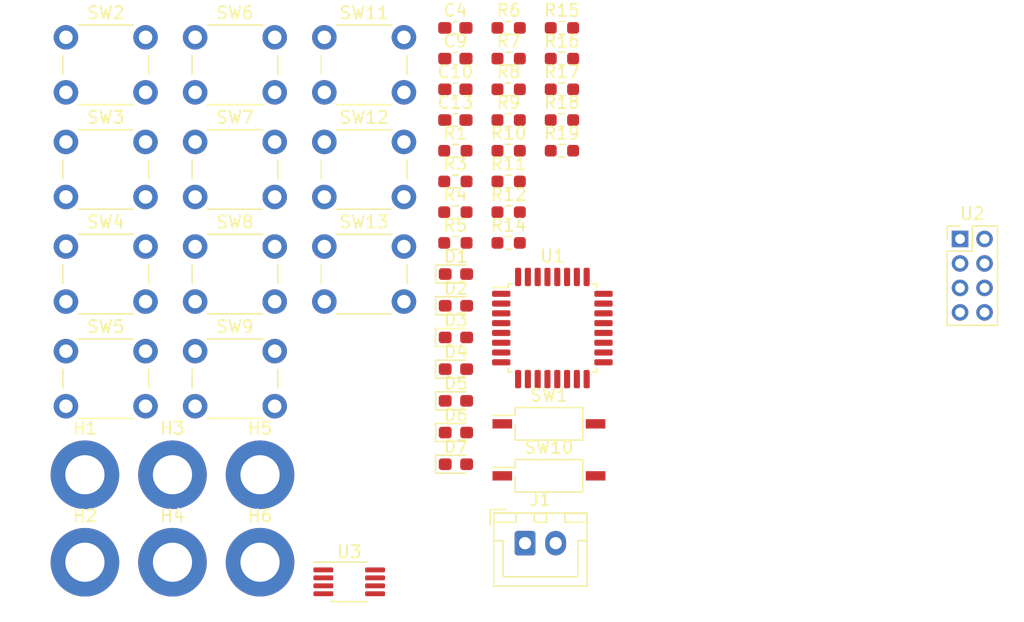
<source format=kicad_pcb>
(kicad_pcb (version 20221018) (generator pcbnew)
  (layers (0 "F.Cu" signal) (31 "B.Cu" signal) (34 "B.Paste" user) (35 "F.Paste" user) (36 "B.SilkS" user "B.Silkscreen") (37 "F.SilkS" user "F.Silkscreen") (38 "B.Mask" user) (39 "F.Mask" user) (44 "Edge.Cuts" user))
  (net 0 "")
  (net 1 "Li-ion")
  (net 2 "GND")
  (net 3 "Net-(U3-BP)")
  (net 4 "Glob_Alim")
  (net 5 "Net-(D1-K)")
  (net 6 "Net-(D2-A)")
  (net 7 "Net-(D3-K)")
  (net 8 "LED_Order")
  (net 9 "Net-(D4-A)")
  (net 10 "Net-(D5-A)")
  (net 11 "Net-(D6-A)")
  (net 12 "Net-(D7-A)")
  (net 13 "NES{slash}SNES_switcher")
  (net 14 "A_Button")
  (net 15 "B_Button")
  (net 16 "X_Button")
  (net 17 "Y_Button")
  (net 18 "UC_Button")
  (net 19 "LC_Button")
  (net 20 "Order_Search")
  (net 21 "RC_Button")
  (net 22 "DC_Button")
  (net 23 "ST_Button")
  (net 24 "SE_Button")
  (net 25 "Net-(U3-IN)")
  (net 31 "RX{slash}TX")
  (net 34 "Pin_Clock")
  (net 35 "Digital_Out_Put")
  (net 36 "MOSI")
  (footprint "Resistor_SMD:R_0603_1608Metric_Pad0.98x0.95mm_HandSolder" (layer "F.Cu") (at 130.78 51.75)
    (fp_text reference "R10" (at 0 -1.43) (layer "F.SilkS"))
    (fp_text value "1K")
    (fp_line (start -0.254724 -0.5225) (end 0.254724 -0.5225) (stroke (width 0.12)) (layer "F.SilkS"))
    (fp_line (start -0.254724 0.5225) (end 0.254724 0.5225) (stroke (width 0.12)) (layer "F.SilkS"))
    (pad "1" smd roundrect (at -0.9125 0) (size 0.975 0.95) (layers "F.Cu" "F.Paste" "F.Mask") (net 7 "Net-(D3-K)"))
    (pad "2" smd roundrect (at 0.9125 0) (size 0.975 0.95) (layers "F.Cu" "F.Paste" "F.Mask") (net 2 "GND"))
  )
  (footprint "MountingHole:MountingHole_3.2mm_M3_DIN965_Pad" (layer "F.Cu") (at 103.33 78.23)
    (fp_text reference "H3" (at 0 -3.8) (layer "F.SilkS"))
    (fp_text value "MountingHole_Pad")
    (pad "1" thru_hole circle (at 0 0) (size 5.6 5.6) (drill 3.2) (layers "*.Cu" "*.Mask") (net 2 "GND"))
  )
  (footprint "Button_Switch_THT:SW_PUSH_6mm_H5mm" (layer "F.Cu") (at 105.18 59.58)
    (fp_text reference "SW8" (at 3.25 -2) (layer "F.SilkS"))
    (fp_text value "SW_Push")
    (fp_line (start -0.25 1.5) (end -0.25 3) (stroke (width 0.12)) (layer "F.SilkS"))
    (fp_line (start 1 5.5) (end 5.5 5.5) (stroke (width 0.12)) (layer "F.SilkS"))
    (fp_line (start 5.5 -1) (end 1 -1) (stroke (width 0.12)) (layer "F.SilkS"))
    (fp_line (start 6.75 3) (end 6.75 1.5) (stroke (width 0.12)) (layer "F.SilkS"))
    (pad "1" thru_hole circle (at 0 0 90) (size 2 2) (drill 1.1) (layers "*.Cu" "*.Mask") (net 19 "LC_Button"))
    (pad "1" thru_hole circle (at 6.5 0 90) (size 2 2) (drill 1.1) (layers "*.Cu" "*.Mask") (net 19 "LC_Button"))
    (pad "2" thru_hole circle (at 0 4.5 90) (size 2 2) (drill 1.1) (layers "*.Cu" "*.Mask") (net 4 "Glob_Alim"))
    (pad "2" thru_hole circle (at 6.5 4.5 90) (size 2 2) (drill 1.1) (layers "*.Cu" "*.Mask") (net 4 "Glob_Alim"))
  )
  (footprint "MountingHole:MountingHole_3.2mm_M3_DIN965_Pad" (layer "F.Cu") (at 110.48 78.23)
    (fp_text reference "H5" (at 0 -3.8) (layer "F.SilkS"))
    (fp_text value "MountingHole_Pad")
    (pad "1" thru_hole circle (at 0 0) (size 5.6 5.6) (drill 3.2) (layers "*.Cu" "*.Mask") (net 2 "GND"))
  )
  (footprint "Button_Switch_THT:SW_PUSH_6mm_H5mm" (layer "F.Cu") (at 115.73 51.03)
    (fp_text reference "SW12" (at 3.25 -2) (layer "F.SilkS"))
    (fp_text value "SW_Push")
    (fp_line (start -0.25 1.5) (end -0.25 3) (stroke (width 0.12)) (layer "F.SilkS"))
    (fp_line (start 1 5.5) (end 5.5 5.5) (stroke (width 0.12)) (layer "F.SilkS"))
    (fp_line (start 5.5 -1) (end 1 -1) (stroke (width 0.12)) (layer "F.SilkS"))
    (fp_line (start 6.75 3) (end 6.75 1.5) (stroke (width 0.12)) (layer "F.SilkS"))
    (pad "1" thru_hole circle (at 0 0 90) (size 2 2) (drill 1.1) (layers "*.Cu" "*.Mask") (net 23 "ST_Button"))
    (pad "1" thru_hole circle (at 6.5 0 90) (size 2 2) (drill 1.1) (layers "*.Cu" "*.Mask") (net 23 "ST_Button"))
    (pad "2" thru_hole circle (at 0 4.5 90) (size 2 2) (drill 1.1) (layers "*.Cu" "*.Mask") (net 4 "Glob_Alim"))
    (pad "2" thru_hole circle (at 6.5 4.5 90) (size 2 2) (drill 1.1) (layers "*.Cu" "*.Mask") (net 4 "Glob_Alim"))
  )
  (footprint "Resistor_SMD:R_0603_1608Metric_Pad0.98x0.95mm_HandSolder" (layer "F.Cu") (at 135.13 41.71)
    (fp_text reference "R15" (at 0 -1.43) (layer "F.SilkS"))
    (fp_text value "1K")
    (fp_line (start -0.254724 -0.5225) (end 0.254724 -0.5225) (stroke (width 0.12)) (layer "F.SilkS"))
    (fp_line (start -0.254724 0.5225) (end 0.254724 0.5225) (stroke (width 0.12)) (layer "F.SilkS"))
    (pad "1" smd roundrect (at -0.9125 0) (size 0.975 0.95) (layers "F.Cu" "F.Paste" "F.Mask") (net 22 "DC_Button"))
    (pad "2" smd roundrect (at 0.9125 0) (size 0.975 0.95) (layers "F.Cu" "F.Paste" "F.Mask") (net 2 "GND"))
  )
  (footprint "Button_Switch_THT:SW_PUSH_6mm_H5mm" (layer "F.Cu") (at 94.63 68.13)
    (fp_text reference "SW5" (at 3.25 -2) (layer "F.SilkS"))
    (fp_text value "SW_Push")
    (fp_line (start -0.25 1.5) (end -0.25 3) (stroke (width 0.12)) (layer "F.SilkS"))
    (fp_line (start 1 5.5) (end 5.5 5.5) (stroke (width 0.12)) (layer "F.SilkS"))
    (fp_line (start 5.5 -1) (end 1 -1) (stroke (width 0.12)) (layer "F.SilkS"))
    (fp_line (start 6.75 3) (end 6.75 1.5) (stroke (width 0.12)) (layer "F.SilkS"))
    (pad "1" thru_hole circle (at 0 0 90) (size 2 2) (drill 1.1) (layers "*.Cu" "*.Mask") (net 17 "Y_Button"))
    (pad "1" thru_hole circle (at 6.5 0 90) (size 2 2) (drill 1.1) (layers "*.Cu" "*.Mask") (net 17 "Y_Button"))
    (pad "2" thru_hole circle (at 0 4.5 90) (size 2 2) (drill 1.1) (layers "*.Cu" "*.Mask") (net 4 "Glob_Alim"))
    (pad "2" thru_hole circle (at 6.5 4.5 90) (size 2 2) (drill 1.1) (layers "*.Cu" "*.Mask") (net 4 "Glob_Alim"))
  )
  (footprint "Button_Switch_SMD:SW_DIP_SPSTx01_Slide_Copal_CHS-01B_W7.62mm_P1.27mm" (layer "F.Cu") (at 134.07 78.32)
    (fp_text reference "SW10" (at 0 -2.33) (layer "F.SilkS"))
    (fp_text value "SW_DIP_x01")
    (fp_line (start -4.61 -0.68) (end -2.76 -0.68) (stroke (width 0.12)) (layer "F.SilkS"))
    (fp_line (start -2.76 -1.33) (end -2.76 -0.68) (stroke (width 0.12)) (layer "F.SilkS"))
    (fp_line (start -2.76 -1.33) (end 2.76 -1.33) (stroke (width 0.12)) (layer "F.SilkS"))
    (fp_line (start -2.76 0.061) (end -2.76 1.33) (stroke (width 0.12)) (layer "F.SilkS"))
    (fp_line (start -2.76 1.33) (end 2.76 1.33) (stroke (width 0.12)) (layer "F.SilkS"))
    (fp_line (start 2.76 -1.33) (end 2.76 -0.061) (stroke (width 0.12)) (layer "F.SilkS"))
    (fp_line (start 2.76 0.061) (end 2.76 1.33) (stroke (width 0.12)) (layer "F.SilkS"))
    (pad "1" smd rect (at -3.81 0) (size 1.6 0.76) (layers "F.Cu" "F.Paste" "F.Mask") (net 13 "NES{slash}SNES_switcher"))
    (pad "2" smd rect (at 3.81 0) (size 1.6 0.76) (layers "F.Cu" "F.Paste" "F.Mask") (net 4 "Glob_Alim"))
  )
  (footprint "LED_SMD:LED_0603_1608Metric_Pad1.05x0.95mm_HandSolder" (layer "F.Cu") (at 126.475 72.19)
    (fp_text reference "D5" (at 0 -1.43) (layer "F.SilkS"))
    (fp_text value "LED")
    (fp_line (start -1.66 -0.735) (end -1.66 0.735) (stroke (width 0.12)) (layer "F.SilkS"))
    (fp_line (start -1.66 0.735) (end 0.8 0.735) (stroke (width 0.12)) (layer "F.SilkS"))
    (fp_line (start 0.8 -0.735) (end -1.66 -0.735) (stroke (width 0.12)) (layer "F.SilkS"))
    (pad "1" smd roundrect (at -0.875 0) (size 1.05 0.95) (layers "F.Cu" "F.Paste" "F.Mask") (net 2 "GND"))
    (pad "2" smd roundrect (at 0.875 0) (size 1.05 0.95) (layers "F.Cu" "F.Paste" "F.Mask") (net 10 "Net-(D5-A)"))
  )
  (footprint "Capacitor_SMD:C_0603_1608Metric_Pad1.08x0.95mm_HandSolder" (layer "F.Cu") (at 126.43 41.71)
    (fp_text reference "C4" (at 0 -1.43) (layer "F.SilkS"))
    (fp_text value "1u")
    (fp_line (start -0.146267 -0.51) (end 0.146267 -0.51) (stroke (width 0.12)) (layer "F.SilkS"))
    (fp_line (start -0.146267 0.51) (end 0.146267 0.51) (stroke (width 0.12)) (layer "F.SilkS"))
    (pad "1" smd roundrect (at -0.8625 0) (size 1.075 0.95) (layers "F.Cu" "F.Paste" "F.Mask") (net 1 "Li-ion"))
    (pad "2" smd roundrect (at 0.8625 0) (size 1.075 0.95) (layers "F.Cu" "F.Paste" "F.Mask") (net 2 "GND"))
  )
  (footprint "LED_SMD:LED_0603_1608Metric_Pad1.05x0.95mm_HandSolder" (layer "F.Cu") (at 126.475 74.78)
    (fp_text reference "D6" (at 0 -1.43) (layer "F.SilkS"))
    (fp_text value "LED")
    (fp_line (start -1.66 -0.735) (end -1.66 0.735) (stroke (width 0.12)) (layer "F.SilkS"))
    (fp_line (start -1.66 0.735) (end 0.8 0.735) (stroke (width 0.12)) (layer "F.SilkS"))
    (fp_line (start 0.8 -0.735) (end -1.66 -0.735) (stroke (width 0.12)) (layer "F.SilkS"))
    (pad "1" smd roundrect (at -0.875 0) (size 1.05 0.95) (layers "F.Cu" "F.Paste" "F.Mask") (net 2 "GND"))
    (pad "2" smd roundrect (at 0.875 0) (size 1.05 0.95) (layers "F.Cu" "F.Paste" "F.Mask") (net 11 "Net-(D6-A)"))
  )
  (footprint "MountingHole:MountingHole_3.2mm_M3_DIN965_Pad" (layer "F.Cu") (at 110.48 85.38)
    (fp_text reference "H6" (at 0 -3.8) (layer "F.SilkS"))
    (fp_text value "MountingHole_Pad")
    (pad "1" thru_hole circle (at 0 0) (size 5.6 5.6) (drill 3.2) (layers "*.Cu" "*.Mask") (net 2 "GND"))
  )
  (footprint "Resistor_SMD:R_0603_1608Metric_Pad0.98x0.95mm_HandSolder" (layer "F.Cu") (at 135.13 44.22)
    (fp_text reference "R16" (at 0 -1.43) (layer "F.SilkS"))
    (fp_text value "R_Small")
    (fp_line (start -0.254724 -0.5225) (end 0.254724 -0.5225) (stroke (width 0.12)) (layer "F.SilkS"))
    (fp_line (start -0.254724 0.5225) (end 0.254724 0.5225) (stroke (width 0.12)) (layer "F.SilkS"))
    (pad "1" smd roundrect (at -0.9125 0) (size 0.975 0.95) (layers "F.Cu" "F.Paste" "F.Mask") (net 1 "Li-ion"))
    (pad "2" smd roundrect (at 0.9125 0) (size 0.975 0.95) (layers "F.Cu" "F.Paste" "F.Mask") (net 11 "Net-(D6-A)"))
  )
  (footprint "Button_Switch_THT:SW_PUSH_6mm_H5mm" (layer "F.Cu") (at 105.18 42.48)
    (fp_text reference "SW6" (at 3.25 -2) (layer "F.SilkS"))
    (fp_text value "SW_Push")
    (fp_line (start -0.25 1.5) (end -0.25 3) (stroke (width 0.12)) (layer "F.SilkS"))
    (fp_line (start 1 5.5) (end 5.5 5.5) (stroke (width 0.12)) (layer "F.SilkS"))
    (fp_line (start 5.5 -1) (end 1 -1) (stroke (width 0.12)) (layer "F.SilkS"))
    (fp_line (start 6.75 3) (end 6.75 1.5) (stroke (width 0.12)) (layer "F.SilkS"))
    (pad "1" thru_hole circle (at 0 0 90) (size 2 2) (drill 1.1) (layers "*.Cu" "*.Mask") (net 18 "UC_Button"))
    (pad "1" thru_hole circle (at 6.5 0 90) (size 2 2) (drill 1.1) (layers "*.Cu" "*.Mask") (net 18 "UC_Button"))
    (pad "2" thru_hole circle (at 0 4.5 90) (size 2 2) (drill 1.1) (layers "*.Cu" "*.Mask") (net 4 "Glob_Alim"))
    (pad "2" thru_hole circle (at 6.5 4.5 90) (size 2 2) (drill 1.1) (layers "*.Cu" "*.Mask") (net 4 "Glob_Alim"))
  )
  (footprint "Resistor_SMD:R_0603_1608Metric_Pad0.98x0.95mm_HandSolder" (layer "F.Cu") (at 130.78 49.24)
    (fp_text reference "R9" (at 0 -1.43) (layer "F.SilkS"))
    (fp_text value "1K")
    (fp_line (start -0.254724 -0.5225) (end 0.254724 -0.5225) (stroke (width 0.12)) (layer "F.SilkS"))
    (fp_line (start -0.254724 0.5225) (end 0.254724 0.5225) (stroke (width 0.12)) (layer "F.SilkS"))
    (pad "1" smd roundrect (at -0.9125 0) (size 0.975 0.95) (layers "F.Cu" "F.Paste" "F.Mask") (net 20 "Order_Search"))
    (pad "2" smd roundrect (at 0.9125 0) (size 0.975 0.95) (layers "F.Cu" "F.Paste" "F.Mask") (net 2 "GND"))
  )
  (footprint "Connector_JST:JST_XH_B2B-XH-A_1x02_P2.50mm_Vertical" (layer "F.Cu") (at 132.12 83.82)
    (fp_text reference "J1" (at 1.25 -3.55) (layer "F.SilkS"))
    (fp_text value "Conn_01x02")
    (fp_line (start -2.85 -2.75) (end -2.85 -1.5) (stroke (width 0.12)) (layer "F.SilkS"))
    (fp_line (start -2.56 -2.46) (end -2.56 3.51) (stroke (width 0.12)) (layer "F.SilkS"))
    (fp_line (start -2.56 3.51) (end 5.06 3.51) (stroke (width 0.12)) (layer "F.SilkS"))
    (fp_line (start -2.55 -2.45) (end -2.55 -1.7) (stroke (width 0.12)) (layer "F.SilkS"))
    (fp_line (start -2.55 -1.7) (end -0.75 -1.7) (stroke (width 0.12)) (layer "F.SilkS"))
    (fp_line (start -2.55 -0.2) (end -1.8 -0.2) (stroke (width 0.12)) (layer "F.SilkS"))
    (fp_line (start -1.8 -0.2) (end -1.8 2.75) (stroke (width 0.12)) (layer "F.SilkS"))
    (fp_line (start -1.8 2.75) (end 1.25 2.75) (stroke (width 0.12)) (layer "F.SilkS"))
    (fp_line (start -1.6 -2.75) (end -2.85 -2.75) (stroke (width 0.12)) (layer "F.SilkS"))
    (fp_line (start -0.75 -2.45) (end -2.55 -2.45) (stroke (width 0.12)) (layer "F.SilkS"))
    (fp_line (start -0.75 -1.7) (end -0.75 -2.45) (stroke (width 0.12)) (layer "F.SilkS"))
    (fp_line (start 0.75 -2.45) (end 0.75 -1.7) (stroke (width 0.12)) (layer "F.SilkS"))
    (fp_line (start 0.75 -1.7) (end 1.75 -1.7) (stroke (width 0.12)) (layer "F.SilkS"))
    (fp_line (start 1.75 -2.45) (end 0.75 -2.45) (stroke (width 0.12)) (layer "F.SilkS"))
    (fp_line (start 1.75 -1.7) (end 1.75 -2.45) (stroke (width 0.12)) (layer "F.SilkS"))
    (fp_line (start 3.25 -2.45) (end 3.25 -1.7) (stroke (width 0.12)) (layer "F.SilkS"))
    (fp_line (start 3.25 -1.7) (end 5.05 -1.7) (stroke (width 0.12)) (layer "F.SilkS"))
    (fp_line (start 4.3 -0.2) (end 4.3 2.75) (stroke (width 0.12)) (layer "F.SilkS"))
    (fp_line (start 4.3 2.75) (end 1.25 2.75) (stroke (width 0.12)) (layer "F.SilkS"))
    (fp_line (start 5.05 -2.45) (end 3.25 -2.45) (stroke (width 0.12)) (layer "F.SilkS"))
    (fp_line (start 5.05 -1.7) (end 5.05 -2.45) (stroke (width 0.12)) (layer "F.SilkS"))
    (fp_line (start 5.05 -0.2) (end 4.3 -0.2) (stroke (width 0.12)) (layer "F.SilkS"))
    (fp_line (start 5.06 -2.46) (end -2.56 -2.46) (stroke (width 0.12)) (layer "F.SilkS"))
    (fp_line (start 5.06 3.51) (end 5.06 -2.46) (stroke (width 0.12)) (layer "F.SilkS"))
    (pad "1" thru_hole roundrect (at 0 0) (size 1.7 2) (drill 1) (layers "*.Cu" "*.Mask") (roundrect_rratio 0.147059) (net 1 "Li-ion"))
    (pad "2" thru_hole oval (at 2.5 0) (size 1.7 2) (drill 1) (layers "*.Cu" "*.Mask") (net 2 "GND"))
  )
  (footprint "Capacitor_SMD:C_0603_1608Metric_Pad1.08x0.95mm_HandSolder" (layer "F.Cu") (at 126.43 49.24)
    (fp_text reference "C13" (at 0 -1.43) (layer "F.SilkS"))
    (fp_text value "1nF")
    (fp_line (start -0.146267 -0.51) (end 0.146267 -0.51) (stroke (width 0.12)) (layer "F.SilkS"))
    (fp_line (start -0.146267 0.51) (end 0.146267 0.51) (stroke (width 0.12)) (layer "F.SilkS"))
    (pad "1" smd roundrect (at -0.8625 0) (size 1.075 0.95) (layers "F.Cu" "F.Paste" "F.Mask") (net 1 "Li-ion"))
    (pad "2" smd roundrect (at 0.8625 0) (size 1.075 0.95) (layers "F.Cu" "F.Paste" "F.Mask") (net 2 "GND"))
  )
  (footprint "Resistor_SMD:R_0603_1608Metric_Pad0.98x0.95mm_HandSolder" (layer "F.Cu") (at 130.78 44.22)
    (fp_text reference "R7" (at 0 -1.43) (layer "F.SilkS"))
    (fp_text value "1K")
    (fp_line (start -0.254724 -0.5225) (end 0.254724 -0.5225) (stroke (width 0.12)) (layer "F.SilkS"))
    (fp_line (start -0.254724 0.5225) (end 0.254724 0.5225) (stroke (width 0.12)) (layer "F.SilkS"))
    (pad "1" smd roundrect (at -0.9125 0) (size 0.975 0.95) (layers "F.Cu" "F.Paste" "F.Mask") (net 18 "UC_Button"))
    (pad "2" smd roundrect (at 0.9125 0) (size 0.975 0.95) (layers "F.Cu" "F.Paste" "F.Mask") (net 2 "GND"))
  )
  (footprint "Capacitor_SMD:C_0603_1608Metric_Pad1.08x0.95mm_HandSolder" (layer "F.Cu") (at 126.43 44.22)
    (fp_text reference "C9" (at 0 -1.43) (layer "F.SilkS"))
    (fp_text value "C_Small")
    (fp_line (start -0.146267 -0.51) (end 0.146267 -0.51) (stroke (width 0.12)) (layer "F.SilkS"))
    (fp_line (start -0.146267 0.51) (end 0.146267 0.51) (stroke (width 0.12)) (layer "F.SilkS"))
    (pad "1" smd roundrect (at -0.8625 0) (size 1.075 0.95) (layers "F.Cu" "F.Paste" "F.Mask") (net 3 "Net-(U3-BP)"))
    (pad "2" smd roundrect (at 0.8625 0) (size 1.075 0.95) (layers "F.Cu" "F.Paste" "F.Mask") (net 2 "GND"))
  )
  (footprint "Button_Switch_THT:SW_PUSH_6mm_H5mm" (layer "F.Cu") (at 115.73 59.58)
    (fp_text reference "SW13" (at 3.25 -2) (layer "F.SilkS"))
    (fp_text value "SW_Push")
    (fp_line (start -0.25 1.5) (end -0.25 3) (stroke (width 0.12)) (layer "F.SilkS"))
    (fp_line (start 1 5.5) (end 5.5 5.5) (stroke (width 0.12)) (layer "F.SilkS"))
    (fp_line (start 5.5 -1) (end 1 -1) (stroke (width 0.12)) (layer "F.SilkS"))
    (fp_line (start 6.75 3) (end 6.75 1.5) (stroke (width 0.12)) (layer "F.SilkS"))
    (pad "1" thru_hole circle (at 0 0 90) (size 2 2) (drill 1.1) (layers "*.Cu" "*.Mask") (net 24 "SE_Button"))
    (pad "1" thru_hole circle (at 6.5 0 90) (size 2 2) (drill 1.1) (layers "*.Cu" "*.Mask") (net 24 "SE_Button"))
    (pad "2" thru_hole circle (at 0 4.5 90) (size 2 2) (drill 1.1) (layers "*.Cu" "*.Mask") (net 4 "Glob_Alim"))
    (pad "2" thru_hole circle (at 6.5 4.5 90) (size 2 2) (drill 1.1) (layers "*.Cu" "*.Mask") (net 4 "Glob_Alim"))
  )
  (footprint "Resistor_SMD:R_0603_1608Metric_Pad0.98x0.95mm_HandSolder" (layer "F.Cu") (at 130.78 41.71)
    (fp_text reference "R6" (at 0 -1.43) (layer "F.SilkS"))
    (fp_text value "1K")
    (fp_line (start -0.254724 -0.5225) (end 0.254724 -0.5225) (stroke (width 0.12)) (layer "F.SilkS"))
    (fp_line (start -0.254724 0.5225) (end 0.254724 0.5225) (stroke (width 0.12)) (layer "F.SilkS"))
    (pad "1" smd roundrect (at -0.9125 0) (size 0.975 0.95) (layers "F.Cu" "F.Paste" "F.Mask") (net 17 "Y_Button"))
    (pad "2" smd roundrect (at 0.9125 0) (size 0.975 0.95) (layers "F.Cu" "F.Paste" "F.Mask") (net 2 "GND"))
  )
  (footprint "Resistor_SMD:R_0603_1608Metric_Pad0.98x0.95mm_HandSolder" (layer "F.Cu") (at 130.78 54.26)
    (fp_text reference "R11" (at 0 -1.43) (layer "F.SilkS"))
    (fp_text value "R_Small")
    (fp_line (start -0.254724 -0.5225) (end 0.254724 -0.5225) (stroke (width 0.12)) (layer "F.SilkS"))
    (fp_line (start -0.254724 0.5225) (end 0.254724 0.5225) (stroke (width 0.12)) (layer "F.SilkS"))
    (pad "1" smd roundrect (at -0.9125 0) (size 0.975 0.95) (layers "F.Cu" "F.Paste" "F.Mask") (net 1 "Li-ion"))
    (pad "2" smd roundrect (at 0.9125 0) (size 0.975 0.95) (layers "F.Cu" "F.Paste" "F.Mask") (net 9 "Net-(D4-A)"))
  )
  (footprint "MountingHole:MountingHole_3.2mm_M3_DIN965_Pad" (layer "F.Cu") (at 103.33 85.38)
    (fp_text reference "H4" (at 0 -3.8) (layer "F.SilkS"))
    (fp_text value "MountingHole_Pad")
    (pad "1" thru_hole circle (at 0 0) (size 5.6 5.6) (drill 3.2) (layers "*.Cu" "*.Mask") (net 2 "GND"))
  )
  (footprint "Resistor_SMD:R_0603_1608Metric_Pad0.98x0.95mm_HandSolder" (layer "F.Cu") (at 126.43 54.26)
    (fp_text reference "R3" (at 0 -1.43) (layer "F.SilkS"))
    (fp_text value "1K")
    (fp_line (start -0.254724 -0.5225) (end 0.254724 -0.5225) (stroke (width 0.12)) (layer "F.SilkS"))
    (fp_line (start -0.254724 0.5225) (end 0.254724 0.5225) (stroke (width 0.12)) (layer "F.SilkS"))
    (pad "1" smd roundrect (at -0.9125 0) (size 0.975 0.95) (layers "F.Cu" "F.Paste" "F.Mask") (net 14 "A_Button"))
    (pad "2" smd roundrect (at 0.9125 0) (size 0.975 0.95) (layers "F.Cu" "F.Paste" "F.Mask") (net 2 "GND"))
  )
  (footprint "Connector_PinHeader_2.00mm:PinHeader_2x04_P2.00mm_Vertical" (layer "F.Cu") (at 167.64 58.96)
    (fp_text reference "U2" (at 1 -2.06) (layer "F.SilkS"))
    (fp_text value "nRF24_Full")
    (fp_line (start -1.06 -1.06) (end 0 -1.06) (stroke (width 0.12)) (layer "F.SilkS"))
    (fp_line (start -1.06 0) (end -1.06 -1.06) (stroke (width 0.12)) (layer "F.SilkS"))
    (fp_line (start -1.06 1) (end -1.06 7.06) (stroke (width 0.12)) (layer "F.SilkS"))
    (fp_line (start -1.06 1) (end 1 1) (stroke (width 0.12)) (layer "F.SilkS"))
    (fp_line (start -1.06 7.06) (end 3.06 7.06) (stroke (width 0.12)) (layer "F.SilkS"))
    (fp_line (start 1 -1.06) (end 3.06 -1.06) (stroke (width 0.12)) (layer "F.SilkS"))
    (fp_line (start 1 1) (end 1 -1.06) (stroke (width 0.12)) (layer "F.SilkS"))
    (fp_line (start 3.06 -1.06) (end 3.06 7.06) (stroke (width 0.12)) (layer "F.SilkS"))
    (pad "1" thru_hole rect (at 0 0) (size 1.35 1.35) (drill 0.8) (layers "*.Cu" "*.Mask") (net 2 "GND"))
    (pad "2" thru_hole oval (at 2 0) (size 1.35 1.35) (drill 0.8) (layers "*.Cu" "*.Mask") (net 4 "Glob_Alim"))
    (pad "3" thru_hole oval (at 0 2) (size 1.35 1.35) (drill 0.8) (layers "*.Cu" "*.Mask") (net 31 "RX{slash}TX"))
    (pad "4" thru_hole oval (at 2 2) (size 1.35 1.35) (drill 0.8) (layers "*.Cu" "*.Mask"))
    (pad "5" thru_hole oval (at 0 4) (size 1.35 1.35) (drill 0.8) (layers "*.Cu" "*.Mask") (net 34 "Pin_Clock"))
    (pad "6" thru_hole oval (at 2 4) (size 1.35 1.35) (drill 0.8) (layers "*.Cu" "*.Mask") (net 36 "MOSI"))
    (pad "7" thru_hole oval (at 0 6) (size 1.35 1.35) (drill 0.8) (layers "*.Cu" "*.Mask") (net 35 "Digital_Out_Put"))
    (pad "8" thru_hole oval (at 2 6) (size 1.35 1.35) (drill 0.8) (layers "*.Cu" "*.Mask"))
  )
  (footprint "MountingHole:MountingHole_3.2mm_M3_DIN965_Pad" (layer "F.Cu") (at 96.18 78.23)
    (fp_text reference "H1" (at 0 -3.8) (layer "F.SilkS"))
    (fp_text value "MountingHole_Pad")
    (pad "1" thru_hole circle (at 0 0) (size 5.6 5.6) (drill 3.2) (layers "*.Cu" "*.Mask") (net 2 "GND"))
  )
  (footprint "Resistor_SMD:R_0603_1608Metric_Pad0.98x0.95mm_HandSolder" (layer "F.Cu") (at 126.43 56.77)
    (fp_text reference "R4" (at 0 -1.43) (layer "F.SilkS"))
    (fp_text value "1K")
    (fp_line (start -0.254724 -0.5225) (end 0.254724 -0.5225) (stroke (width 0.12)) (layer "F.SilkS"))
    (fp_line (start -0.254724 0.5225) (end 0.254724 0.5225) (stroke (width 0.12)) (layer "F.SilkS"))
    (pad "1" smd roundrect (at -0.9125 0) (size 0.975 0.95) (layers "F.Cu" "F.Paste" "F.Mask") (net 15 "B_Button"))
    (pad "2" smd roundrect (at 0.9125 0) (size 0.975 0.95) (layers "F.Cu" "F.Paste" "F.Mask") (net 2 "GND"))
  )
  (footprint "Button_Switch_THT:SW_PUSH_6mm_H5mm" (layer "F.Cu") (at 105.18 68.13)
    (fp_text reference "SW9" (at 3.25 -2) (layer "F.SilkS"))
    (fp_text value "SW_Push")
    (fp_line (start -0.25 1.5) (end -0.25 3) (stroke (width 0.12)) (layer "F.SilkS"))
    (fp_line (start 1 5.5) (end 5.5 5.5) (stroke (width 0.12)) (layer "F.SilkS"))
    (fp_line (start 5.5 -1) (end 1 -1) (stroke (width 0.12)) (layer "F.SilkS"))
    (fp_line (start 6.75 3) (end 6.75 1.5) (stroke (width 0.12)) (layer "F.SilkS"))
    (pad "1" thru_hole circle (at 0 0 90) (size 2 2) (drill 1.1) (layers "*.Cu" "*.Mask") (net 21 "RC_Button"))
    (pad "1" thru_hole circle (at 6.5 0 90) (size 2 2) (drill 1.1) (layers "*.Cu" "*.Mask") (net 21 "RC_Button"))
    (pad "2" thru_hole circle (at 0 4.5 90) (size 2 2) (drill 1.1) (layers "*.Cu" "*.Mask") (net 4 "Glob_Alim"))
    (pad "2" thru_hole circle (at 6.5 4.5 90) (size 2 2) (drill 1.1) (layers "*.Cu" "*.Mask") (net 4 "Glob_Alim"))
  )
  (footprint "Button_Switch_SMD:SW_DIP_SPSTx01_Slide_Copal_CHS-01B_W7.62mm_P1.27mm" (layer "F.Cu") (at 134.07 74.07)
    (fp_text reference "SW1" (at 0 -2.33) (layer "F.SilkS"))
    (fp_text value "SW_DIP_x01")
    (fp_line (start -4.61 -0.68) (end -2.76 -0.68) (stroke (width 0.12)) (layer "F.SilkS"))
    (fp_line (start -2.76 -1.33) (end -2.76 -0.68) (stroke (width 0.12)) (layer "F.SilkS"))
    (fp_line (start -2.76 -1.33) (end 2.76 -1.33) (stroke (width 0.12)) (layer "F.SilkS"))
    (fp_line (start -2.76 0.061) (end -2.76 1.33) (stroke (width 0.12)) (layer "F.SilkS"))
    (fp_line (start -2.76 1.33) (end 2.76 1.33) (stroke (width 0.12)) (layer "F.SilkS"))
    (fp_line (start 2.76 -1.33) (end 2.76 -0.061) (stroke (width 0.12)) (layer "F.SilkS"))
    (fp_line (start 2.76 0.061) (end 2.76 1.33) (stroke (width 0.12)) (layer "F.SilkS"))
    (pad "1" smd rect (at -3.81 0) (size 1.6 0.76) (layers "F.Cu" "F.Paste" "F.Mask") (net 1 "Li-ion"))
    (pad "2" smd rect (at 3.81 0) (size 1.6 0.76) (layers "F.Cu" "F.Paste" "F.Mask") (net 25 "Net-(U3-IN)"))
  )
  (footprint "LED_SMD:LED_0603_1608Metric_Pad1.05x0.95mm_HandSolder" (layer "F.Cu") (at 126.475 69.6)
    (fp_text reference "D4" (at 0 -1.43) (layer "F.SilkS"))
    (fp_text value "LED")
    (fp_line (start -1.66 -0.735) (end -1.66 0.735) (stroke (width 0.12)) (layer "F.SilkS"))
    (fp_line (start -1.66 0.735) (end 0.8 0.735) (stroke (width 0.12)) (layer "F.SilkS"))
    (fp_line (start 0.8 -0.735) (end -1.66 -0.735) (stroke (width 0.12)) (layer "F.SilkS"))
    (pad "1" smd roundrect (at -0.875 0) (size 1.05 0.95) (layers "F.Cu" "F.Paste" "F.Mask") (net 2 "GND"))
    (pad "2" smd roundrect (at 0.875 0) (size 1.05 0.95) (layers "F.Cu" "F.Paste" "F.Mask") (net 9 "Net-(D4-A)"))
  )
  (footprint "Resistor_SMD:R_0603_1608Metric_Pad0.98x0.95mm_HandSolder" (layer "F.Cu") (at 135.13 49.24)
    (fp_text reference "R18" (at 0 -1.43) (layer "F.SilkS"))
    (fp_text value "R_Small")
    (fp_line (start -0.254724 -0.5225) (end 0.254724 -0.5225) (stroke (width 0.12)) (layer "F.SilkS"))
    (fp_line (start -0.254724 0.5225) (end 0.254724 0.5225) (stroke (width 0.12)) (layer "F.SilkS"))
    (pad "1" smd roundrect (at -0.9125 0) (size 0.975 0.95) (layers "F.Cu" "F.Paste" "F.Mask") (net 1 "Li-ion"))
    (pad "2" smd roundrect (at 0.9125 0) (size 0.975 0.95) (layers "F.Cu" "F.Paste" "F.Mask") (net 12 "Net-(D7-A)"))
  )
  (footprint "Button_Switch_THT:SW_PUSH_6mm_H5mm" (layer "F.Cu") (at 105.18 51.03)
    (fp_text reference "SW7" (at 3.25 -2) (layer "F.SilkS"))
    (fp_text value "SW_Push")
    (fp_line (start -0.25 1.5) (end -0.25 3) (stroke (width 0.12)) (layer "F.SilkS"))
    (fp_line (start 1 5.5) (end 5.5 5.5) (stroke (width 0.12)) (layer "F.SilkS"))
    (fp_line (start 5.5 -1) (end 1 -1) (stroke (width 0.12)) (layer "F.SilkS"))
    (fp_line (start 6.75 3) (end 6.75 1.5) (stroke (width 0.12)) (layer "F.SilkS"))
    (pad "1" thru_hole circle (at 0 0 90) (size 2 2) (drill 1.1) (layers "*.Cu" "*.Mask") (net 20 "Order_Search"))
    (pad "1" thru_hole circle (at 6.5 0 90) (size 2 2) (drill 1.1) (layers "*.Cu" "*.Mask") (net 20 "Order_Search"))
    (pad "2" thru_hole circle (at 0 4.5 90) (size 2 2) (drill 1.1) (layers "*.Cu" "*.Mask") (net 4 "Glob_Alim"))
    (pad "2" thru_hole circle (at 6.5 4.5 90) (size 2 2) (drill 1.1) (layers "*.Cu" "*.Mask") (net 4 "Glob_Alim"))
  )
  (footprint "Package_QFP:LQFP-32_7x7mm_P0.8mm" (layer "F.Cu") (at 134.35 66.24)
    (fp_text reference "U1" (at 0 -5.88) (layer "F.SilkS"))
    (fp_text value "STM32L412KBTx")
    (fp_line (start -3.61 -3.61) (end -3.61 -3.31) (stroke (width 0.12)) (layer "F.SilkS"))
    (fp_line (start -3.61 -3.31) (end -4.925 -3.31) (stroke (width 0.12)) (layer "F.SilkS"))
    (fp_line (start -3.61 3.61) (end -3.61 3.31) (stroke (width 0.12)) (layer "F.SilkS"))
    (fp_line (start -3.31 -3.61) (end -3.61 -3.61) (stroke (width 0.12)) (layer "F.SilkS"))
    (fp_line (start -3.31 3.61) (end -3.61 3.61) (stroke (width 0.12)) (layer "F.SilkS"))
    (fp_line (start 3.31 -3.61) (end 3.61 -3.61) (stroke (width 0.12)) (layer "F.SilkS"))
    (fp_line (start 3.31 3.61) (end 3.61 3.61) (stroke (width 0.12)) (layer "F.SilkS"))
    (fp_line (start 3.61 -3.61) (end 3.61 -3.31) (stroke (width 0.12)) (layer "F.SilkS"))
    (fp_line (start 3.61 3.61) (end 3.61 3.31) (stroke (width 0.12)) (layer "F.SilkS"))
    (pad "1" smd roundrect (at -4.175 -2.8) (size 1.5 0.5) (layers "F.Cu" "F.Paste" "F.Mask") (net 5 "Net-(D1-K)"))
    (pad "2" smd roundrect (at -4.175 -2) (size 1.5 0.5) (layers "F.Cu" "F.Paste" "F.Mask"))
    (pad "3" smd roundrect (at -4.175 -1.2) (size 1.5 0.5) (layers "F.Cu" "F.Paste" "F.Mask"))
    (pad "4" smd roundrect (at -4.175 -0.4) (size 1.5 0.5) (layers "F.Cu" "F.Paste" "F.Mask"))
    (pad "5" smd roundrect (at -4.175 0.4) (size 1.5 0.5) (layers "F.Cu" "F.Paste" "F.Mask") (net 5 "Net-(D1-K)"))
    (pad "6" smd roundrect (at -4.175 1.2) (size 1.5 0.5) (layers "F.Cu" "F.Paste" "F.Mask") (net 14 "A_Button"))
    (pad "7" smd roundrect (at -4.175 2) (size 1.5 0.5) (layers "F.Cu" "F.Paste" "F.Mask") (net 15 "B_Button"))
    (pad "8" smd roundrect (at -4.175 2.8) (size 1.5 0.5) (layers "F.Cu" "F.Paste" "F.Mask") (net 16 "X_Button"))
    (pad "9" smd roundrect (at -2.8 4.175) (size 0.5 1.5) (layers "F.Cu" "F.Paste" "F.Mask") (net 17 "Y_Button"))
    (pad "10" smd roundrect (at -2 4.175) (size 0.5 1.5) (layers "F.Cu" "F.Paste" "F.Mask") (net 18 "UC_Button"))
    (pad "11" smd roundrect (at -1.2 4.175) (size 0.5 1.5) (layers "F.Cu" "F.Paste" "F.Mask") (net 22 "DC_Button"))
    (pad "12" smd roundrect (at -0.4 4.175) (size 0.5 1.5) (layers "F.Cu" "F.Paste" "F.Mask") (net 19 "LC_Button"))
    (pad "13" smd roundrect (at 0.4 4.175) (size 0.5 1.5) (layers "F.Cu" "F.Paste" "F.Mask") (net 21 "RC_Button"))
    (pad "14" smd roundrect (at 1.2 4.175) (size 0.5 1.5) (layers "F.Cu" "F.Paste" "F.Mask"))
    (pad "15" smd roundrect (at 2 4.175) (size 0.5 1.5) (layers "F.Cu" "F.Paste" "F.Mask"))
    (pad "16" smd roundrect (at 2.8 4.175) (size 0.5 1.5) (layers "F.Cu" "F.Paste" "F.Mask") (net 2 "GND"))
    (pad "17" smd roundrect (at 4.175 2.8) (size 1.5 0.5) (layers "F.Cu" "F.Paste" "F.Mask") (net 5 "Net-(D1-K)"))
    (pad "18" smd roundrect (at 4.175 2) (size 1.5 0.5) (layers "F.Cu" "F.Paste" "F.Mask") (net 23 "ST_Button"))
    (pad "19" smd roundrect (at 4.175 1.2) (size 1.5 0.5) (layers "F.Cu" "F.Paste" "F.Mask") (net 24 "SE_Button"))
    (pad "20" smd roundrect (at 4.175 0.4) (size 1.5 0.5) (layers "F.Cu" "F.Paste" "F.Mask") (net 20 "Order_Search"))
    (pad "21" smd roundrect (at 4.175 -0.4) (size 1.5 0.5) (layers "F.Cu" "F.Paste" "F.Mask") (net 31 "RX{slash}TX"))
    (pad "22" smd roundrect (at 4.175 -1.2) (size 1.5 0.5) (layers "F.Cu" "F.Paste" "F.Mask") (net 8 "LED_Order"))
    (pad "23" smd roundrect (at 4.175 -2) (size 1.5 0.5) (layers "F.Cu" "F.Paste" "F.Mask") (net 13 "NES{slash}SNES_switcher"))
    (pad "24" smd roundrect (at 4.175 -2.8) (size 1.5 0.5) (layers "F.Cu" "F.Paste" "F.Mask"))
    (pad "25" smd roundrect (at 2.8 -4.175) (size 0.5 1.5) (layers "F.Cu" "F.Paste" "F.Mask"))
    (pad "26" smd roundrect (at 2 -4.175) (size 0.5 1.5) (layers "F.Cu" "F.Paste" "F.Mask") (net 34 "Pin_Clock"))
    (pad "27" smd roundrect (at 1.2 -4.175) (size 0.5 1.5) (layers "F.Cu" "F.Paste" "F.Mask") (net 35 "Digital_Out_Put"))
    (pad "28" smd roundrect (at 0.4 -4.175) (size 0.5 1.5) (layers "F.Cu" "F.Paste" "F.Mask") (net 36 "MOSI"))
    (pad "29" smd roundrect (at -0.4 -4.175) (size 0.5 1.5) (layers "F.Cu" "F.Paste" "F.Mask"))
    (pad "30" smd roundrect (at -1.2 -4.175) (size 0.5 1.5) (layers "F.Cu" "F.Paste" "F.Mask"))
    (pad "31" smd roundrect (at -2 -4.175) (size 0.5 1.5) (layers "F.Cu" "F.Paste" "F.Mask"))
    (pad "32" smd roundrect (at -2.8 -4.175) (size 0.5 1.5) (layers "F.Cu" "F.Paste" "F.Mask") (net 2 "GND"))
  )
  (footprint "Button_Switch_THT:SW_PUSH_6mm_H5mm" (layer "F.Cu") (at 94.63 42.48)
    (fp_text reference "SW2" (at 3.25 -2) (layer "F.SilkS"))
    (fp_text value "SW_Push")
    (fp_line (start -0.25 1.5) (end -0.25 3) (stroke (width 0.12)) (layer "F.SilkS"))
    (fp_line (start 1 5.5) (end 5.5 5.5) (stroke (width 0.12)) (layer "F.SilkS"))
    (fp_line (start 5.5 -1) (end 1 -1) (stroke (width 0.12)) (layer "F.SilkS"))
    (fp_line (start 6.75 3) (end 6.75 1.5) (stroke (width 0.12)) (layer "F.SilkS"))
    (pad "1" thru_hole circle (at 0 0 90) (size 2 2) (drill 1.1) (layers "*.Cu" "*.Mask") (net 14 "A_Button"))
    (pad "1" thru_hole circle (at 6.5 0 90) (size 2 2) (drill 1.1) (layers "*.Cu" "*.Mask") (net 14 "A_Button"))
    (pad "2" thru_hole circle (at 0 4.5 90) (size 2 2) (drill 1.1) (layers "*.Cu" "*.Mask") (net 4 "Glob_Alim"))
    (pad "2" thru_hole circle (at 6.5 4.5 90) (size 2 2) (drill 1.1) (layers "*.Cu" "*.Mask") (net 4 "Glob_Alim"))
  )
  (footprint "Resistor_SMD:R_0603_1608Metric_Pad0.98x0.95mm_HandSolder" (layer "F.Cu") (at 135.13 46.73)
    (fp_text reference "R17" (at 0 -1.43) (layer "F.SilkS"))
    (fp_text value "1K")
    (fp_line (start -0.254724 -0.5225) (end 0.254724 -0.5225) (stroke (width 0.12)) (layer "F.SilkS"))
    (fp_line (start -0.254724 0.5225) (end 0.254724 0.5225) (stroke (width 0.12)) (layer "F.SilkS"))
    (pad "1" smd roundrect (at -0.9125 0) (size 0.975 0.95) (layers "F.Cu" "F.Paste" "F.Mask") (net 23 "ST_Button"))
    (pad "2" smd roundrect (at 0.9125 0) (size 0.975 0.95) (layers "F.Cu" "F.Paste" "F.Mask") (net 2 "GND"))
  )
  (footprint "LED_SMD:LED_0603_1608Metric_Pad1.05x0.95mm_HandSolder" (layer "F.Cu") (at 126.475 67.01)
    (fp_text reference "D3" (at 0 -1.43) (layer "F.SilkS"))
    (fp_text value "LED")
    (fp_line (start -1.66 -0.735) (end -1.66 0.735) (stroke (width 0.12)) (layer "F.SilkS"))
    (fp_line (start -1.66 0.735) (end 0.8 0.735) (stroke (width 0.12)) (layer "F.SilkS"))
    (fp_line (start 0.8 -0.735) (end -1.66 -0.735) (stroke (width 0.12)) (layer "F.SilkS"))
    (pad "1" smd roundrect (at -0.875 0) (size 1.05 0.95) (layers "F.Cu" "F.Paste" "F.Mask") (net 7 "Net-(D3-K)"))
    (pad "2" smd roundrect (at 0.875 0) (size 1.05 0.95) (layers "F.Cu" "F.Paste" "F.Mask") (net 8 "LED_Order"))
  )
  (footprint "Resistor_SMD:R_0603_1608Metric_Pad0.98x0.95mm_HandSolder" (layer "F.Cu") (at 130.78 59.28)
    (fp_text reference "R14" (at 0 -1.43) (layer "F.SilkS"))
    (fp_text value "R_Small")
    (fp_line (start -0.254724 -0.5225) (end 0.254724 -0.5225) (stroke (width 0.12)) (layer "F.SilkS"))
    (fp_line (start -0.254724 0.5225) (end 0.254724 0.5225) (stroke (width 0.12)) (layer "F.SilkS"))
    (pad "1" smd roundrect (at -0.9125 0) (size 0.975 0.95) (layers "F.Cu" "F.Paste" "F.Mask") (net 1 "Li-ion"))
    (pad "2" smd roundrect (at 0.9125 0) (size 0.975 0.95) (layers "F.Cu" "F.Paste" "F.Mask") (net 10 "Net-(D5-A)"))
  )
  (footprint "Package_SO:MSOP-8_3x3mm_P0.65mm" (layer "F.Cu") (at 117.76 86.98)
    (fp_text reference "U3" (at 0 -2.45) (layer "F.SilkS"))
    (fp_text value "MIC5219-3.3YMM")
    (fp_line (start 0 -1.61) (end -2.925 -1.61) (stroke (width 0.12)) (layer "F.SilkS"))
    (fp_line (start 0 -1.61) (end 1.5 -1.61) (stroke (width 0.12)) (layer "F.SilkS"))
    (fp_line (start 0 1.61) (end -1.5 1.61) (stroke (width 0.12)) (layer "F.SilkS"))
    (fp_line (start 0 1.61) (end 1.5 1.61) (stroke (width 0.12)) (layer "F.SilkS"))
    (pad "1" smd roundrect (at -2.1125 -0.975) (size 1.625 0.4) (layers "F.Cu" "F.Paste" "F.Mask"))
    (pad "2" smd roundrect (at -2.1125 -0.325) (size 1.625 0.4) (layers "F.Cu" "F.Paste" "F.Mask") (net 25 "Net-(U3-IN)"))
    (pad "3" smd roundrect (at -2.1125 0.325) (size 1.625 0.4) (layers "F.Cu" "F.Paste" "F.Mask") (net 6 "Net-(D2-A)"))
    (pad "4" smd roundrect (at -2.1125 0.975) (size 1.625 0.4) (layers "F.Cu" "F.Paste" "F.Mask") (net 3 "Net-(U3-BP)"))
    (pad "5" smd roundrect (at 2.1125 0.975) (size 1.625 0.4) (layers "F.Cu" "F.Paste" "F.Mask") (net 2 "GND"))
    (pad "6" smd roundrect (at 2.1125 0.325) (size 1.625 0.4) (layers "F.Cu" "F.Paste" "F.Mask") (net 2 "GND"))
    (pad "7" smd roundrect (at 2.1125 -0.325) (size 1.625 0.4) (layers "F.Cu" "F.Paste" "F.Mask") (net 2 "GND"))
    (pad "8" smd roundrect (at 2.1125 -0.975) (size 1.625 0.4) (layers "F.Cu" "F.Paste" "F.Mask") (net 2 "GND"))
  )
  (footprint "Button_Switch_THT:SW_PUSH_6mm_H5mm" (layer "F.Cu") (at 94.63 59.58)
    (fp_text reference "SW4" (at 3.25 -2) (layer "F.SilkS"))
    (fp_text value "SW_Push")
    (fp_line (start -0.25 1.5) (end -0.25 3) (stroke (width 0.12)) (layer "F.SilkS"))
    (fp_line (start 1 5.5) (end 5.5 5.5) (stroke (width 0.12)) (layer "F.SilkS"))
    (fp_line (start 5.5 -1) (end 1 -1) (stroke (width 0.12)) (layer "F.SilkS"))
    (fp_line (start 6.75 3) (end 6.75 1.5) (stroke (width 0.12)) (layer "F.SilkS"))
    (pad "1" thru_hole circle (at 0 0 90) (size 2 2) (drill 1.1) (layers "*.Cu" "*.Mask") (net 16 "X_Button"))
    (pad "1" thru_hole circle (at 6.5 0 90) (size 2 2) (drill 1.1) (layers "*.Cu" "*.Mask") (net 16 "X_Button"))
    (pad "2" thru_hole circle (at 0 4.5 90) (size 2 2) (drill 1.1) (layers "*.Cu" "*.Mask") (net 4 "Glob_Alim"))
    (pad "2" thru_hole circle (at 6.5 4.5 90) (size 2 2) (drill 1.1) (layers "*.Cu" "*.Mask") (net 4 "Glob_Alim"))
  )
  (footprint "LED_SMD:LED_0603_1608Metric_Pad1.05x0.95mm_HandSolder" (layer "F.Cu") (at 126.475 64.42)
    (fp_text reference "D2" (at 0 -1.43) (layer "F.SilkS"))
    (fp_text value "LED_Small")
    (fp_line (start -1.66 -0.735) (end -1.66 0.735) (stroke (width 0.12)) (layer "F.SilkS"))
    (fp_line (start -1.66 0.735) (end 0.8 0.735) (stroke (width 0.12)) (layer "F.SilkS"))
    (fp_line (start 0.8 -0.735) (end -1.66 -0.735) (stroke (width 0.12)) (layer "F.SilkS"))
    (pad "1" smd roundrect (at -0.875 0) (size 1.05 0.95) (layers "F.Cu" "F.Paste" "F.Mask") (net 4 "Glob_Alim"))
    (pad "2" smd roundrect (at 0.875 0) (size 1.05 0.95) (layers "F.Cu" "F.Paste" "F.Mask") (net 6 "Net-(D2-A)"))
  )
  (footprint "Resistor_SMD:R_0603_1608Metric_Pad0.98x0.95mm_HandSolder" (layer "F.Cu") (at 135.13 51.75)
    (fp_text reference "R19" (at 0 -1.43) (layer "F.SilkS"))
    (fp_text value "1K")
    (fp_line (start -0.254724 -0.5225) (end 0.254724 -0.5225) (stroke (width 0.12)) (layer "F.SilkS"))
    (fp_line (start -0.254724 0.5225) (end 0.254724 0.5225) (stroke (width 0.12)) (layer "F.SilkS"))
    (pad "1" smd roundrect (at -0.9125 0) (size 0.975 0.95) (layers "F.Cu" "F.Paste" "F.Mask") (net 24 "SE_Button"))
    (pad "2" smd roundrect (at 0.9125 0) (size 0.975 0.95) (layers "F.Cu" "F.Paste" "F.Mask") (net 2 "GND"))
  )
  (footprint "Resistor_SMD:R_0603_1608Metric_Pad0.98x0.95mm_HandSolder" (layer "F.Cu") (at 130.78 56.77)
    (fp_text reference "R12" (at 0 -1.43) (layer "F.SilkS"))
    (fp_text value "1K")
    (fp_line (start -0.254724 -0.5225) (end 0.254724 -0.5225) (stroke (width 0.12)) (layer "F.SilkS"))
    (fp_line (start -0.254724 0.5225) (end 0.254724 0.5225) (stroke (width 0.12)) (layer "F.SilkS"))
    (pad "1" smd roundrect (at -0.9125 0) (size 0.975 0.95) (layers "F.Cu" "F.Paste" "F.Mask") (net 21 "RC_Button"))
    (pad "2" smd roundrect (at 0.9125 0) (size 0.975 0.95) (layers "F.Cu" "F.Paste" "F.Mask") (net 2 "GND"))
  )
  (footprint "LED_SMD:LED_0603_1608Metric_Pad1.05x0.95mm_HandSolder" (layer "F.Cu") (at 126.475 77.37)
    (fp_text reference "D7" (at 0 -1.43) (layer "F.SilkS"))
    (fp_text value "LED")
    (fp_line (start -1.66 -0.735) (end -1.66 0.735) (stroke (width 0.12)) (layer "F.SilkS"))
    (fp_line (start -1.66 0.735) (end 0.8 0.735) (stroke (width 0.12)) (layer "F.SilkS"))
    (fp_line (start 0.8 -0.735) (end -1.66 -0.735) (stroke (width 0.12)) (layer "F.SilkS"))
    (pad "1" smd roundrect (at -0.875 0) (size 1.05 0.95) (layers "F.Cu" "F.Paste" "F.Mask") (net 2 "GND"))
    (pad "2" smd roundrect (at 0.875 0) (size 1.05 0.95) (layers "F.Cu" "F.Paste" "F.Mask") (net 12 "Net-(D7-A)"))
  )
  (footprint "Button_Switch_THT:SW_PUSH_6mm_H5mm" (layer "F.Cu") (at 115.73 42.48)
    (fp_text reference "SW11" (at 3.25 -2) (layer "F.SilkS"))
    (fp_text value "SW_Push")
    (fp_line (start -0.25 1.5) (end -0.25 3) (stroke (width 0.12)) (layer "F.SilkS"))
    (fp_line (start 1 5.5) (end 5.5 5.5) (stroke (width 0.12)) (layer "F.SilkS"))
    (fp_line (start 5.5 -1) (end 1 -1) (stroke (width 0.12)) (layer "F.SilkS"))
    (fp_line (start 6.75 3) (end 6.75 1.5) (stroke (width 0.12)) (layer "F.SilkS"))
    (pad "1" thru_hole circle (at 0 0 90) (size 2 2) (drill 1.1) (layers "*.Cu" "*.Mask") (net 22 "DC_Button"))
    (pad "1" thru_hole circle (at 6.5 0 90) (size 2 2) (drill 1.1) (layers "*.Cu" "*.Mask") (net 22 "DC_Button"))
    (pad "2" thru_hole circle (at 0 4.5 90) (size 2 2) (drill 1.1) (layers "*.Cu" "*.Mask") (net 4 "Glob_Alim"))
    (pad "2" thru_hole circle (at 6.5 4.5 90) (size 2 2) (drill 1.1) (layers "*.Cu" "*.Mask") (net 4 "Glob_Alim"))
  )
  (footprint "MountingHole:MountingHole_3.2mm_M3_DIN965_Pad" (layer "F.Cu") (at 96.18 85.38)
    (fp_text reference "H2" (at 0 -3.8) (layer "F.SilkS"))
    (fp_text value "MountingHole_Pad")
    (pad "1" thru_hole circle (at 0 0) (size 5.6 5.6) (drill 3.2) (layers "*.Cu" "*.Mask") (net 2 "GND"))
  )
  (footprint "Resistor_SMD:R_0603_1608Metric_Pad0.98x0.95mm_HandSolder" (layer "F.Cu") (at 126.43 59.28)
    (fp_text reference "R5" (at 0 -1.43) (layer "F.SilkS"))
    (fp_text value "1K")
    (fp_line (start -0.254724 -0.5225) (end 0.254724 -0.5225) (stroke (width 0.12)) (layer "F.SilkS"))
    (fp_line (start -0.254724 0.5225) (end 0.254724 0.5225) (stroke (width 0.12)) (layer "F.SilkS"))
    (pad "1" smd roundrect (at -0.9125 0) (size 0.975 0.95) (layers "F.Cu" "F.Paste" "F.Mask") (net 16 "X_Button"))
    (pad "2" smd roundrect (at 0.9125 0) (size 0.975 0.95) (layers "F.Cu" "F.Paste" "F.Mask") (net 2 "GND"))
  )
  (footprint "Resistor_SMD:R_0603_1608Metric_Pad0.98x0.95mm_HandSolder" (layer "F.Cu") (at 130.78 46.73)
    (fp_text reference "R8" (at 0 -1.43) (layer "F.SilkS"))
    (fp_text value "1K")
    (fp_line (start -0.254724 -0.5225) (end 0.254724 -0.5225) (stroke (width 0.12)) (layer "F.SilkS"))
    (fp_line (start -0.254724 0.5225) (end 0.254724 0.5225) (stroke (width 0.12)) (layer "F.SilkS"))
    (pad "1" smd roundrect (at -0.9125 0) (size 0.975 0.95) (layers "F.Cu" "F.Paste" "F.Mask") (net 19 "LC_Button"))
    (pad "2" smd roundrect (at 0.9125 0) (size 0.975 0.95) (layers "F.Cu" "F.Paste" "F.Mask") (net 2 "GND"))
  )
  (footprint "Button_Switch_THT:SW_PUSH_6mm_H5mm" (layer "F.Cu") (at 94.63 51.03)
    (fp_text reference "SW3" (at 3.25 -2) (layer "F.SilkS"))
    (fp_text value "SW_Push")
    (fp_line (start -0.25 1.5) (end -0.25 3) (stroke (width 0.12)) (layer "F.SilkS"))
    (fp_line (start 1 5.5) (end 5.5 5.5) (stroke (width 0.12)) (layer "F.SilkS"))
    (fp_line (start 5.5 -1) (end 1 -1) (stroke (width 0.12)) (layer "F.SilkS"))
    (fp_line (start 6.75 3) (end 6.75 1.5) (stroke (width 0.12)) (layer "F.SilkS"))
    (pad "1" thru_hole circle (at 0 0 90) (size 2 2) (drill 1.1) (layers "*.Cu" "*.Mask") (net 15 "B_Button"))
    (pad "1" thru_hole circle (at 6.5 0 90) (size 2 2) (drill 1.1) (layers "*.Cu" "*.Mask") (net 15 "B_Button"))
    (pad "2" thru_hole circle (at 0 4.5 90) (size 2 2) (drill 1.1) (layers "*.Cu" "*.Mask") (net 4 "Glob_Alim"))
    (pad "2" thru_hole circle (at 6.5 4.5 90) (size 2 2) (drill 1.1) (layers "*.Cu" "*.Mask") (net 4 "Glob_Alim"))
  )
  (footprint "Resistor_SMD:R_0603_1608Metric_Pad0.98x0.95mm_HandSolder" (layer "F.Cu") (at 126.43 51.75)
    (fp_text reference "R1" (at 0 -1.43) (layer "F.SilkS"))
    (fp_text value "1K")
    (fp_line (start -0.254724 -0.5225) (end 0.254724 -0.5225) (stroke (width 0.12)) (layer "F.SilkS"))
    (fp_line (start -0.254724 0.5225) (end 0.254724 0.5225) (stroke (width 0.12)) (layer "F.SilkS"))
    (pad "1" smd roundrect (at -0.9125 0) (size 0.975 0.95) (layers "F.Cu" "F.Paste" "F.Mask") (net 13 "NES{slash}SNES_switcher"))
    (pad "2" smd roundrect (at 0.9125 0) (size 0.975 0.95) (layers "F.Cu" "F.Paste" "F.Mask") (net 2 "GND"))
  )
  (footprint "Capacitor_SMD:C_0603_1608Metric_Pad1.08x0.95mm_HandSolder" (layer "F.Cu") (at 126.43 46.73)
    (fp_text reference "C10" (at 0 -1.43) (layer "F.SilkS"))
    (fp_text value "100nF")
    (fp_line (start -0.146267 -0.51) (end 0.146267 -0.51) (stroke (width 0.12)) (layer "F.SilkS"))
    (fp_line (start -0.146267 0.51) (end 0.146267 0.51) (stroke (width 0.12)) (layer "F.SilkS"))
    (pad "1" smd roundrect (at -0.8625 0) (size 1.075 0.95) (layers "F.Cu" "F.Paste" "F.Mask") (net 4 "Glob_Alim"))
    (pad "2" smd roundrect (at 0.8625 0) (size 1.075 0.95) (layers "F.Cu" "F.Paste" "F.Mask") (net 2 "GND"))
  )
  (footprint "Diode_SMD:D_0603_1608Metric_Pad1.05x0.95mm_HandSolder" (layer "F.Cu") (at 126.475 61.83)
    (fp_text reference "D1" (at 0 -1.43) (layer "F.SilkS"))
    (fp_text value "D_Small")
    (fp_line (start -1.66 -0.735) (end -1.66 0.735) (stroke (width 0.12)) (layer "F.SilkS"))
    (fp_line (start -1.66 0.735) (end 0.8 0.735) (stroke (width 0.12)) (layer "F.SilkS"))
    (fp_line (start 0.8 -0.735) (end -1.66 -0.735) (stroke (width 0.12)) (layer "F.SilkS"))
    (pad "1" smd roundrect (at -0.875 0) (size 1.05 0.95) (layers "F.Cu" "F.Paste" "F.Mask") (net 5 "Net-(D1-K)"))
    (pad "2" smd roundrect (at 0.875 0) (size 1.05 0.95) (layers "F.Cu" "F.Paste" "F.Mask") (net 4 "Glob_Alim"))
  )
)
</source>
